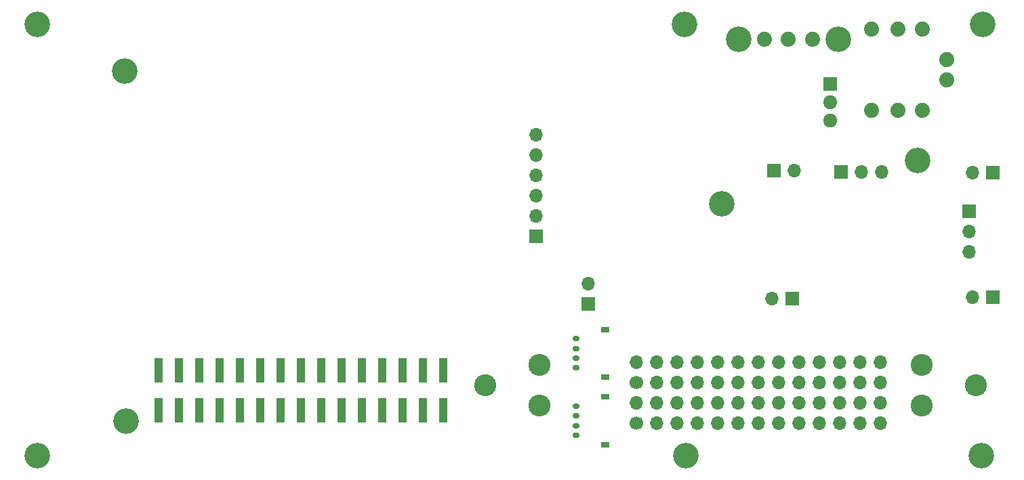
<source format=gts>
G04 #@! TF.GenerationSoftware,KiCad,Pcbnew,6.99.0-unknown-fe82f2dd40~146~ubuntu20.04.1*
G04 #@! TF.CreationDate,2022-02-10T10:32:34+09:00*
G04 #@! TF.ProjectId,bGeigieZen V2,62476569-6769-4655-9a65-6e2056322e6b,V2.0.0*
G04 #@! TF.SameCoordinates,Original*
G04 #@! TF.FileFunction,Soldermask,Top*
G04 #@! TF.FilePolarity,Negative*
%FSLAX46Y46*%
G04 Gerber Fmt 4.6, Leading zero omitted, Abs format (unit mm)*
G04 Created by KiCad (PCBNEW 6.99.0-unknown-fe82f2dd40~146~ubuntu20.04.1) date 2022-02-10 10:32:34*
%MOMM*%
%LPD*%
G01*
G04 APERTURE LIST*
G04 Aperture macros list*
%AMRoundRect*
0 Rectangle with rounded corners*
0 $1 Rounding radius*
0 $2 $3 $4 $5 $6 $7 $8 $9 X,Y pos of 4 corners*
0 Add a 4 corners polygon primitive as box body*
4,1,4,$2,$3,$4,$5,$6,$7,$8,$9,$2,$3,0*
0 Add four circle primitives for the rounded corners*
1,1,$1+$1,$2,$3*
1,1,$1+$1,$4,$5*
1,1,$1+$1,$6,$7*
1,1,$1+$1,$8,$9*
0 Add four rect primitives between the rounded corners*
20,1,$1+$1,$2,$3,$4,$5,0*
20,1,$1+$1,$4,$5,$6,$7,0*
20,1,$1+$1,$6,$7,$8,$9,0*
20,1,$1+$1,$8,$9,$2,$3,0*%
G04 Aperture macros list end*
%ADD10C,1.879600*%
%ADD11C,3.200000*%
%ADD12R,1.000000X3.150000*%
%ADD13R,1.700000X1.700000*%
%ADD14O,1.700000X1.700000*%
%ADD15C,3.203200*%
%ADD16R,1.800000X1.717500*%
%ADD17O,1.800000X1.717500*%
%ADD18C,1.700000*%
%ADD19RoundRect,0.150000X0.275000X-0.150000X0.275000X0.150000X-0.275000X0.150000X-0.275000X-0.150000X0*%
%ADD20RoundRect,0.187500X0.362500X-0.187500X0.362500X0.187500X-0.362500X0.187500X-0.362500X-0.187500X0*%
%ADD21C,2.743200*%
G04 APERTURE END LIST*
D10*
X194919600Y-82752000D03*
X194919600Y-72592000D03*
D11*
X90652600Y-125932000D03*
D12*
X141362999Y-115229999D03*
X141362999Y-120279999D03*
X138822999Y-115229999D03*
X138822999Y-120279999D03*
X136282999Y-115229999D03*
X136282999Y-120279999D03*
X133742999Y-115229999D03*
X133742999Y-120279999D03*
X131202999Y-115229999D03*
X131202999Y-120279999D03*
X128662999Y-115229999D03*
X128662999Y-120279999D03*
X126122999Y-115229999D03*
X126122999Y-120279999D03*
X123582999Y-115229999D03*
X123582999Y-120279999D03*
X121042999Y-115229999D03*
X121042999Y-120279999D03*
X118502999Y-115229999D03*
X118502999Y-120279999D03*
X115962999Y-115229999D03*
X115962999Y-120279999D03*
X113422999Y-115229999D03*
X113422999Y-120279999D03*
X110882999Y-115229999D03*
X110882999Y-120279999D03*
X108342999Y-115229999D03*
X108342999Y-120279999D03*
X105802999Y-115229999D03*
X105802999Y-120279999D03*
D13*
X210032999Y-90498999D03*
D14*
X207492999Y-90498999D03*
D13*
X152984599Y-98499999D03*
D14*
X152984599Y-95959999D03*
X152984599Y-93419999D03*
X152984599Y-90879999D03*
X152984599Y-88339999D03*
X152984599Y-85799999D03*
D10*
X187505600Y-73838000D03*
X184505600Y-73838000D03*
X181505600Y-73838000D03*
D15*
X190755600Y-73838000D03*
X178255600Y-73838000D03*
D10*
X204317600Y-78942000D03*
X204317600Y-76402000D03*
D11*
X200645000Y-88980000D03*
X171717600Y-125932000D03*
D13*
X210032999Y-106119999D03*
D14*
X207492999Y-106119999D03*
D11*
X101608000Y-77830000D03*
D10*
X201269600Y-82752000D03*
X201269600Y-72592000D03*
D11*
X171517600Y-71940000D03*
D13*
X159477599Y-106924999D03*
D14*
X159477599Y-104384999D03*
D10*
X198221600Y-72592000D03*
X198221600Y-82752000D03*
D13*
X191067599Y-90469999D03*
D14*
X193607599Y-90469999D03*
X196147599Y-90469999D03*
D13*
X207107999Y-95329999D03*
D14*
X207107999Y-97869999D03*
X207107999Y-100409999D03*
D16*
X189712599Y-79449999D03*
D17*
X189712599Y-81739999D03*
X189712599Y-84029999D03*
D13*
X185013999Y-106246999D03*
D14*
X182473999Y-106246999D03*
D18*
X165470600Y-116793000D03*
D14*
X165470599Y-114252999D03*
X168010599Y-116792999D03*
X168010599Y-114252999D03*
X170550599Y-116792999D03*
X170550599Y-114252999D03*
X173090599Y-116792999D03*
X173090599Y-114252999D03*
X175630599Y-116792999D03*
X175630599Y-114252999D03*
X178170599Y-116792999D03*
X178170599Y-114252999D03*
X180710599Y-116792999D03*
X180710599Y-114252999D03*
X183250599Y-116792999D03*
X183250599Y-114252999D03*
X185790599Y-116792999D03*
X185790599Y-114252999D03*
X188330599Y-116792999D03*
X188330599Y-114252999D03*
X190870599Y-116792999D03*
X190870599Y-114252999D03*
X193410599Y-116792999D03*
X193410599Y-114252999D03*
X195950599Y-116792999D03*
X195950599Y-114252999D03*
D11*
X208767600Y-71940000D03*
X90652600Y-71940000D03*
D19*
X157992600Y-114905000D03*
X157992600Y-113705000D03*
X157992600Y-112505000D03*
X157992600Y-111305000D03*
D20*
X161617600Y-116080000D03*
X161617600Y-110130000D03*
D11*
X101737600Y-121560000D03*
X208636000Y-125932000D03*
D18*
X165485600Y-121878000D03*
D14*
X165485599Y-119337999D03*
X168025599Y-121877999D03*
X168025599Y-119337999D03*
X170565599Y-121877999D03*
X170565599Y-119337999D03*
X173105599Y-121877999D03*
X173105599Y-119337999D03*
X175645599Y-121877999D03*
X175645599Y-119337999D03*
X178185599Y-121877999D03*
X178185599Y-119337999D03*
X180725599Y-121877999D03*
X180725599Y-119337999D03*
X183265599Y-121877999D03*
X183265599Y-119337999D03*
X185805599Y-121877999D03*
X185805599Y-119337999D03*
X188345599Y-121877999D03*
X188345599Y-119337999D03*
X190885599Y-121877999D03*
X190885599Y-119337999D03*
X193425599Y-121877999D03*
X193425599Y-119337999D03*
X195965599Y-121877999D03*
X195965599Y-119337999D03*
D19*
X157992600Y-123360000D03*
X157992600Y-122160000D03*
X157992600Y-120960000D03*
X157992600Y-119760000D03*
D20*
X161617600Y-124535000D03*
X161617600Y-118585000D03*
D13*
X182727599Y-90244999D03*
D14*
X185267599Y-90244999D03*
D21*
X207925600Y-117150000D03*
X146669600Y-117130000D03*
X153417600Y-114590000D03*
X153417600Y-119670000D03*
X201177600Y-114610000D03*
X201177600Y-119690000D03*
D11*
X176134000Y-94441000D03*
M02*

</source>
